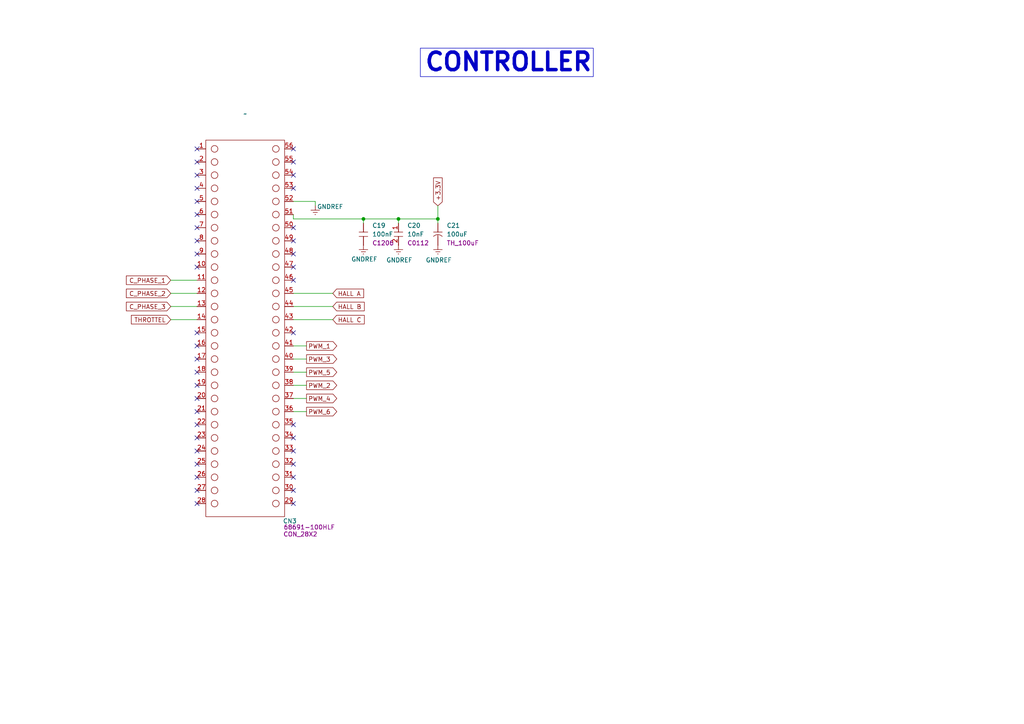
<source format=kicad_sch>
(kicad_sch
	(version 20250114)
	(generator "eeschema")
	(generator_version "9.0")
	(uuid "1f965de0-9f3d-44fb-812b-522ec4ef70bc")
	(paper "A4")
	(lib_symbols
		(symbol "bldc_control:C0112_10nF"
			(exclude_from_sim no)
			(in_bom yes)
			(on_board yes)
			(property "Reference" "C"
				(at 0 0 0)
				(effects
					(font
						(size 1.27 1.27)
					)
				)
			)
			(property "Value" "10nF"
				(at 0 0 0)
				(effects
					(font
						(size 1.27 1.27)
					)
				)
			)
			(property "Footprint" ""
				(at 0 0 0)
				(effects
					(font
						(size 1.27 1.27)
					)
					(hide yes)
				)
			)
			(property "Datasheet" ""
				(at 0 0 0)
				(effects
					(font
						(size 1.27 1.27)
					)
					(hide yes)
				)
			)
			(property "Description" "Multilayer Ceramic Capacitors"
				(at 0 0 0)
				(effects
					(font
						(size 1.27 1.27)
					)
					(hide yes)
				)
			)
			(property "Manufacturer" "KEMET"
				(at 0 0 0)
				(effects
					(font
						(size 1.27 1.27)
					)
					(hide yes)
				)
			)
			(property "Manufacurer PN" "C315C103J1R5TA"
				(at 0 0 0)
				(effects
					(font
						(size 1.27 1.27)
					)
					(hide yes)
				)
			)
			(property "PCB footprint" "C0112"
				(at 0 0 0)
				(effects
					(font
						(size 1.27 1.27)
					)
				)
			)
			(property "Specification" "10nF,100V,5% tolerance, -55 deg C to +125 deg C"
				(at 0 0 0)
				(effects
					(font
						(size 1.27 1.27)
					)
					(hide yes)
				)
			)
			(symbol "C0112_10nF_0_1"
				(polyline
					(pts
						(xy -1.27 3.81) (xy -1.27 1.27)
					)
					(stroke
						(width 0)
						(type default)
					)
					(fill
						(type none)
					)
				)
				(polyline
					(pts
						(xy 0 3.81) (xy 0 1.27)
					)
					(stroke
						(width 0)
						(type default)
					)
					(fill
						(type none)
					)
				)
			)
			(symbol "C0112_10nF_1_1"
				(pin input line
					(at -3.81 2.54 0)
					(length 2.54)
					(name ""
						(effects
							(font
								(size 1.27 1.27)
							)
						)
					)
					(number "1"
						(effects
							(font
								(size 1.27 1.27)
							)
						)
					)
				)
				(pin output line
					(at 2.54 2.54 180)
					(length 2.54)
					(name ""
						(effects
							(font
								(size 1.27 1.27)
							)
						)
					)
					(number "2"
						(effects
							(font
								(size 1.27 1.27)
							)
						)
					)
				)
			)
			(embedded_fonts no)
		)
		(symbol "bldc_control:CO603_100n"
			(pin_numbers
				(hide yes)
			)
			(pin_names
				(hide yes)
			)
			(exclude_from_sim no)
			(in_bom yes)
			(on_board yes)
			(property "Reference" "C"
				(at 0.4347 5.3907 0)
				(effects
					(font
						(size 1.27 1.27)
					)
				)
			)
			(property "Value" "100nF"
				(at 4.0419 5.4228 0)
				(effects
					(font
						(size 1.27 1.27)
					)
				)
			)
			(property "Footprint" ""
				(at 0 0 0)
				(effects
					(font
						(size 1.27 1.27)
					)
					(hide yes)
				)
			)
			(property "Datasheet" ""
				(at 0 0 0)
				(effects
					(font
						(size 1.27 1.27)
					)
					(hide yes)
				)
			)
			(property "Description" ""
				(at 2.0806 -4.6188 0)
				(effects
					(font
						(size 1.27 1.27)
					)
					(hide yes)
				)
			)
			(property "Manufacturer" "Knowles Novacap"
				(at 1.7668 -0.7747 0)
				(effects
					(font
						(size 1.27 1.27)
					)
					(hide yes)
				)
			)
			(property "Manufacturer PN" "1206B104J101N"
				(at 10.9978 1.3957 0)
				(effects
					(font
						(size 1.27 1.27)
					)
					(hide yes)
				)
			)
			(property "PCB footprint" "C1206"
				(at 2.839 3.4092 0)
				(effects
					(font
						(size 1.27 1.27)
					)
				)
			)
			(property "Specification" "0.1 µF ±5% 100V Ceramic Capacitor X7R 1206 (3216 Metric)"
				(at 0 -2.54 0)
				(effects
					(font
						(size 1.27 1.27)
					)
					(hide yes)
				)
			)
			(symbol "CO603_100n_0_1"
				(polyline
					(pts
						(xy 5.08 12.7) (xy 5.08 10.16)
					)
					(stroke
						(width 0)
						(type default)
					)
					(fill
						(type none)
					)
				)
				(polyline
					(pts
						(xy 6.35 12.7) (xy 6.35 10.16)
					)
					(stroke
						(width 0)
						(type default)
					)
					(fill
						(type none)
					)
				)
			)
			(symbol "CO603_100n_1_1"
				(pin passive line
					(at 2.54 11.43 0)
					(length 2.54)
					(name "1"
						(effects
							(font
								(size 1.27 1.27)
							)
						)
					)
					(number "1"
						(effects
							(font
								(size 1.27 1.27)
							)
						)
					)
				)
				(pin passive line
					(at 8.89 11.43 180)
					(length 2.54)
					(name "2"
						(effects
							(font
								(size 1.27 1.27)
							)
						)
					)
					(number "2"
						(effects
							(font
								(size 1.27 1.27)
							)
						)
					)
				)
			)
			(embedded_fonts no)
		)
		(symbol "bldc_control:CON_28X2"
			(pin_names
				(hide yes)
			)
			(exclude_from_sim no)
			(in_bom yes)
			(on_board yes)
			(property "Reference" "CN"
				(at -5.08 -10.16 0)
				(effects
					(font
						(size 1.27 1.27)
					)
				)
			)
			(property "Value" ""
				(at -31.75 73.66 0)
				(effects
					(font
						(size 1.27 1.27)
					)
				)
			)
			(property "Footprint" ""
				(at -31.75 73.66 0)
				(effects
					(font
						(size 1.27 1.27)
					)
					(hide yes)
				)
			)
			(property "Datasheet" ""
				(at -31.75 73.66 0)
				(effects
					(font
						(size 1.27 1.27)
					)
					(hide yes)
				)
			)
			(property "Description" "STRAIGHT BERG CONNECTOR"
				(at -2.54 -17.78 0)
				(effects
					(font
						(size 1.27 1.27)
					)
					(hide yes)
				)
			)
			(property "Manufacturer" "AMPHENOL / FCI"
				(at -1.27 -20.32 0)
				(effects
					(font
						(size 1.27 1.27)
					)
					(hide yes)
				)
			)
			(property "Manufacturer PN" "68691-100HLF "
				(at 1.27 -12.7 0)
				(effects
					(font
						(size 1.27 1.27)
					)
				)
			)
			(property "PCB footprint" "CON_28X2"
				(at -1.27 -15.24 0)
				(effects
					(font
						(size 1.27 1.27)
					)
				)
			)
			(property "Specification" "2.54MM, 2 ROW, VERTICAL 56 POSITION BERG CONNECTOR"
				(at 3.81 -22.86 0)
				(effects
					(font
						(size 1.27 1.27)
					)
					(hide yes)
				)
			)
			(symbol "CON_28X2_0_0"
				(pin passive line
					(at -31.75 91.44 0)
					(length 2.54)
					(name "CDXRX"
						(effects
							(font
								(size 1.27 1.27)
							)
						)
					)
					(number "3"
						(effects
							(font
								(size 1.27 1.27)
							)
						)
					)
				)
				(pin passive line
					(at -31.75 87.63 0)
					(length 2.54)
					(name "CDXTX"
						(effects
							(font
								(size 1.27 1.27)
							)
						)
					)
					(number "4"
						(effects
							(font
								(size 1.27 1.27)
							)
						)
					)
				)
				(pin passive line
					(at -31.75 83.82 0)
					(length 2.54)
					(name "DBG1"
						(effects
							(font
								(size 1.27 1.27)
							)
						)
					)
					(number "5"
						(effects
							(font
								(size 1.27 1.27)
							)
						)
					)
				)
				(pin passive line
					(at -31.75 80.01 0)
					(length 2.54)
					(name "DBG2"
						(effects
							(font
								(size 1.27 1.27)
							)
						)
					)
					(number "6"
						(effects
							(font
								(size 1.27 1.27)
							)
						)
					)
				)
				(pin passive line
					(at -31.75 72.39 0)
					(length 2.54)
					(name "RC3/RB3"
						(effects
							(font
								(size 1.27 1.27)
							)
						)
					)
					(number "8"
						(effects
							(font
								(size 1.27 1.27)
							)
						)
					)
				)
				(pin passive line
					(at -31.75 68.58 0)
					(length 2.54)
					(name "RB2/RC8"
						(effects
							(font
								(size 1.27 1.27)
							)
						)
					)
					(number "9"
						(effects
							(font
								(size 1.27 1.27)
							)
						)
					)
				)
				(pin passive line
					(at -31.75 64.77 0)
					(length 2.54)
					(name "RB1/RC9"
						(effects
							(font
								(size 1.27 1.27)
							)
						)
					)
					(number "10"
						(effects
							(font
								(size 1.27 1.27)
							)
						)
					)
				)
				(pin passive line
					(at -31.75 60.96 0)
					(length 2.54)
					(name "RC4/RC0"
						(effects
							(font
								(size 1.27 1.27)
							)
						)
					)
					(number "11"
						(effects
							(font
								(size 1.27 1.27)
							)
						)
					)
				)
				(pin passive line
					(at -31.75 57.15 0)
					(length 2.54)
					(name "RC5/RC1"
						(effects
							(font
								(size 1.27 1.27)
							)
						)
					)
					(number "12"
						(effects
							(font
								(size 1.27 1.27)
							)
						)
					)
				)
				(pin passive line
					(at -31.75 53.34 0)
					(length 2.54)
					(name "RC6/RC2"
						(effects
							(font
								(size 1.27 1.27)
							)
						)
					)
					(number "13"
						(effects
							(font
								(size 1.27 1.27)
							)
						)
					)
				)
				(pin passive line
					(at -31.75 49.53 0)
					(length 2.54)
					(name "RD4/RC3"
						(effects
							(font
								(size 1.27 1.27)
							)
						)
					)
					(number "14"
						(effects
							(font
								(size 1.27 1.27)
							)
						)
					)
				)
				(pin passive line
					(at -31.75 45.72 0)
					(length 2.54)
					(name "GND"
						(effects
							(font
								(size 1.27 1.27)
							)
						)
					)
					(number "15"
						(effects
							(font
								(size 1.27 1.27)
							)
						)
					)
				)
				(pin passive line
					(at -31.75 41.91 0)
					(length 2.54)
					(name "RA3/RC4"
						(effects
							(font
								(size 1.27 1.27)
							)
						)
					)
					(number "16"
						(effects
							(font
								(size 1.27 1.27)
							)
						)
					)
				)
				(pin passive line
					(at -31.75 38.1 0)
					(length 2.54)
					(name "RA4/RC5"
						(effects
							(font
								(size 1.27 1.27)
							)
						)
					)
					(number "17"
						(effects
							(font
								(size 1.27 1.27)
							)
						)
					)
				)
				(pin passive line
					(at -31.75 34.29 0)
					(length 2.54)
					(name "RE2/RC6"
						(effects
							(font
								(size 1.27 1.27)
							)
						)
					)
					(number "18"
						(effects
							(font
								(size 1.27 1.27)
							)
						)
					)
				)
				(pin passive line
					(at -31.75 30.48 0)
					(length 2.54)
					(name "RC7"
						(effects
							(font
								(size 1.27 1.27)
							)
						)
					)
					(number "19"
						(effects
							(font
								(size 1.27 1.27)
							)
						)
					)
				)
				(pin passive line
					(at -31.75 26.67 0)
					(length 2.54)
					(name "RD0/RC10"
						(effects
							(font
								(size 1.27 1.27)
							)
						)
					)
					(number "20"
						(effects
							(font
								(size 1.27 1.27)
							)
						)
					)
				)
				(pin passive line
					(at -31.75 22.86 0)
					(length 2.54)
					(name "RD1/RC11"
						(effects
							(font
								(size 1.27 1.27)
							)
						)
					)
					(number "21"
						(effects
							(font
								(size 1.27 1.27)
							)
						)
					)
				)
				(pin passive line
					(at -31.75 19.05 0)
					(length 2.54)
					(name "RD2/RC12"
						(effects
							(font
								(size 1.27 1.27)
							)
						)
					)
					(number "22"
						(effects
							(font
								(size 1.27 1.27)
							)
						)
					)
				)
				(pin passive line
					(at -31.75 15.24 0)
					(length 2.54)
					(name "RD3/RC13"
						(effects
							(font
								(size 1.27 1.27)
							)
						)
					)
					(number "23"
						(effects
							(font
								(size 1.27 1.27)
							)
						)
					)
				)
				(pin passive line
					(at -31.75 11.43 0)
					(length 2.54)
					(name "GND"
						(effects
							(font
								(size 1.27 1.27)
							)
						)
					)
					(number "24"
						(effects
							(font
								(size 1.27 1.27)
							)
						)
					)
				)
				(pin passive line
					(at -31.75 7.62 0)
					(length 2.54)
					(name "RF0/RB1"
						(effects
							(font
								(size 1.27 1.27)
							)
						)
					)
					(number "25"
						(effects
							(font
								(size 1.27 1.27)
							)
						)
					)
				)
				(pin passive line
					(at -31.75 3.81 0)
					(length 2.54)
					(name "RF1/RB0"
						(effects
							(font
								(size 1.27 1.27)
							)
						)
					)
					(number "26"
						(effects
							(font
								(size 1.27 1.27)
							)
						)
					)
				)
				(pin passive line
					(at -31.75 0 0)
					(length 2.54)
					(name "RF2/RD10"
						(effects
							(font
								(size 1.27 1.27)
							)
						)
					)
					(number "27"
						(effects
							(font
								(size 1.27 1.27)
							)
						)
					)
				)
				(pin passive line
					(at -31.75 -3.81 0)
					(length 2.54)
					(name "RF3/RD13"
						(effects
							(font
								(size 1.27 1.27)
							)
						)
					)
					(number "28"
						(effects
							(font
								(size 1.27 1.27)
							)
						)
					)
				)
				(pin passive line
					(at -3.81 99.06 180)
					(length 2.54)
					(name "VBUS"
						(effects
							(font
								(size 1.27 1.27)
							)
						)
					)
					(number "56"
						(effects
							(font
								(size 1.27 1.27)
							)
						)
					)
				)
				(pin passive line
					(at -3.81 95.25 180)
					(length 2.54)
					(name "VOFF"
						(effects
							(font
								(size 1.27 1.27)
							)
						)
					)
					(number "55"
						(effects
							(font
								(size 1.27 1.27)
							)
						)
					)
				)
				(pin passive line
					(at -3.81 91.44 180)
					(length 2.54)
					(name "DBG3"
						(effects
							(font
								(size 1.27 1.27)
							)
						)
					)
					(number "54"
						(effects
							(font
								(size 1.27 1.27)
							)
						)
					)
				)
				(pin passive line
					(at -3.81 87.63 180)
					(length 2.54)
					(name "DBG0"
						(effects
							(font
								(size 1.27 1.27)
							)
						)
					)
					(number "53"
						(effects
							(font
								(size 1.27 1.27)
							)
						)
					)
				)
				(pin passive line
					(at -3.81 83.82 180)
					(length 2.54)
					(name "GND"
						(effects
							(font
								(size 1.27 1.27)
							)
						)
					)
					(number "52"
						(effects
							(font
								(size 1.27 1.27)
							)
						)
					)
				)
				(pin passive line
					(at -3.81 80.01 180)
					(length 2.54)
					(name "VTG"
						(effects
							(font
								(size 1.27 1.27)
							)
						)
					)
					(number "51"
						(effects
							(font
								(size 1.27 1.27)
							)
						)
					)
				)
				(pin passive line
					(at -3.81 76.2 180)
					(length 2.54)
					(name "RA7/RA0"
						(effects
							(font
								(size 1.27 1.27)
							)
						)
					)
					(number "50"
						(effects
							(font
								(size 1.27 1.27)
							)
						)
					)
				)
				(pin passive line
					(at -3.81 72.39 180)
					(length 2.54)
					(name "RA6/RB2"
						(effects
							(font
								(size 1.27 1.27)
							)
						)
					)
					(number "49"
						(effects
							(font
								(size 1.27 1.27)
							)
						)
					)
				)
				(pin passive line
					(at -3.81 68.58 180)
					(length 2.54)
					(name "RA5/RB7"
						(effects
							(font
								(size 1.27 1.27)
							)
						)
					)
					(number "48"
						(effects
							(font
								(size 1.27 1.27)
							)
						)
					)
				)
				(pin passive line
					(at -3.81 64.77 180)
					(length 2.54)
					(name "RB3/RB8"
						(effects
							(font
								(size 1.27 1.27)
							)
						)
					)
					(number "47"
						(effects
							(font
								(size 1.27 1.27)
							)
						)
					)
				)
				(pin passive line
					(at -3.81 60.96 180)
					(length 2.54)
					(name "RB0/RB9"
						(effects
							(font
								(size 1.27 1.27)
							)
						)
					)
					(number "46"
						(effects
							(font
								(size 1.27 1.27)
							)
						)
					)
				)
				(pin passive line
					(at -3.81 57.15 180)
					(length 2.54)
					(name "RA2/RA4"
						(effects
							(font
								(size 1.27 1.27)
							)
						)
					)
					(number "45"
						(effects
							(font
								(size 1.27 1.27)
							)
						)
					)
				)
				(pin passive line
					(at -3.81 53.34 180)
					(length 2.54)
					(name "RA1/RA3"
						(effects
							(font
								(size 1.27 1.27)
							)
						)
					)
					(number "44"
						(effects
							(font
								(size 1.27 1.27)
							)
						)
					)
				)
				(pin passive line
					(at -3.81 49.53 180)
					(length 2.54)
					(name "RA0/RA2"
						(effects
							(font
								(size 1.27 1.27)
							)
						)
					)
					(number "43"
						(effects
							(font
								(size 1.27 1.27)
							)
						)
					)
				)
				(pin passive line
					(at -3.81 45.72 180)
					(length 2.54)
					(name "GND"
						(effects
							(font
								(size 1.27 1.27)
							)
						)
					)
					(number "42"
						(effects
							(font
								(size 1.27 1.27)
							)
						)
					)
				)
				(pin passive line
					(at -3.81 41.91 180)
					(length 2.54)
					(name "RD7/RB18"
						(effects
							(font
								(size 1.27 1.27)
							)
						)
					)
					(number "41"
						(effects
							(font
								(size 1.27 1.27)
							)
						)
					)
				)
				(pin passive line
					(at -3.81 38.1 180)
					(length 2.54)
					(name "RD6/RB14"
						(effects
							(font
								(size 1.27 1.27)
							)
						)
					)
					(number "40"
						(effects
							(font
								(size 1.27 1.27)
							)
						)
					)
				)
				(pin passive line
					(at -3.81 34.29 180)
					(length 2.54)
					(name "RD5/RB13"
						(effects
							(font
								(size 1.27 1.27)
							)
						)
					)
					(number "39"
						(effects
							(font
								(size 1.27 1.27)
							)
						)
					)
				)
				(pin passive line
					(at -3.81 30.48 180)
					(length 2.54)
					(name "RB5/RB12"
						(effects
							(font
								(size 1.27 1.27)
							)
						)
					)
					(number "38"
						(effects
							(font
								(size 1.27 1.27)
							)
						)
					)
				)
				(pin passive line
					(at -3.81 26.67 180)
					(length 2.54)
					(name "RF7/RB11"
						(effects
							(font
								(size 1.27 1.27)
							)
						)
					)
					(number "37"
						(effects
							(font
								(size 1.27 1.27)
							)
						)
					)
				)
				(pin passive line
					(at -3.81 22.86 180)
					(length 2.54)
					(name "RF6/RB10"
						(effects
							(font
								(size 1.27 1.27)
							)
						)
					)
					(number "36"
						(effects
							(font
								(size 1.27 1.27)
							)
						)
					)
				)
				(pin passive line
					(at -3.81 19.05 180)
					(length 2.54)
					(name "RF5/RD8"
						(effects
							(font
								(size 1.27 1.27)
							)
						)
					)
					(number "35"
						(effects
							(font
								(size 1.27 1.27)
							)
						)
					)
				)
				(pin passive line
					(at -3.81 15.24 180)
					(length 2.54)
					(name "RF4/RD1"
						(effects
							(font
								(size 1.27 1.27)
							)
						)
					)
					(number "34"
						(effects
							(font
								(size 1.27 1.27)
							)
						)
					)
				)
				(pin passive line
					(at -3.81 11.43 180)
					(length 2.54)
					(name "GND"
						(effects
							(font
								(size 1.27 1.27)
							)
						)
					)
					(number "33"
						(effects
							(font
								(size 1.27 1.27)
							)
						)
					)
				)
				(pin passive line
					(at -3.81 7.62 180)
					(length 2.54)
					(name "RE1/RA1"
						(effects
							(font
								(size 1.27 1.27)
							)
						)
					)
					(number "32"
						(effects
							(font
								(size 1.27 1.27)
							)
						)
					)
				)
				(pin passive line
					(at -3.81 3.81 180)
					(length 2.54)
					(name "RE0/NC"
						(effects
							(font
								(size 1.27 1.27)
							)
						)
					)
					(number "31"
						(effects
							(font
								(size 1.27 1.27)
							)
						)
					)
				)
				(pin passive line
					(at -3.81 0 180)
					(length 2.54)
					(name "RC1/NC"
						(effects
							(font
								(size 1.27 1.27)
							)
						)
					)
					(number "30"
						(effects
							(font
								(size 1.27 1.27)
							)
						)
					)
				)
				(pin passive line
					(at -3.81 -3.81 180)
					(length 2.54)
					(name "RC0/NC"
						(effects
							(font
								(size 1.27 1.27)
							)
						)
					)
					(number "29"
						(effects
							(font
								(size 1.27 1.27)
							)
						)
					)
				)
			)
			(symbol "CON_28X2_0_1"
				(rectangle
					(start -29.21 101.6)
					(end -6.35 -7.62)
					(stroke
						(width 0)
						(type default)
					)
					(fill
						(type none)
					)
				)
				(circle
					(center -26.67 99.06)
					(radius 0.9673)
					(stroke
						(width 0)
						(type default)
					)
					(fill
						(type none)
					)
				)
				(circle
					(center -26.67 95.25)
					(radius 0.9673)
					(stroke
						(width 0)
						(type default)
					)
					(fill
						(type none)
					)
				)
				(circle
					(center -26.67 91.44)
					(radius 0.9673)
					(stroke
						(width 0)
						(type default)
					)
					(fill
						(type none)
					)
				)
				(circle
					(center -26.67 87.63)
					(radius 0.9673)
					(stroke
						(width 0)
						(type default)
					)
					(fill
						(type none)
					)
				)
				(circle
					(center -26.67 83.82)
					(radius 0.9673)
					(stroke
						(width 0)
						(type default)
					)
					(fill
						(type none)
					)
				)
				(circle
					(center -26.67 80.01)
					(radius 0.9673)
					(stroke
						(width 0)
						(type default)
					)
					(fill
						(type none)
					)
				)
				(circle
					(center -26.67 76.2)
					(radius 0.9673)
					(stroke
						(width 0)
						(type default)
					)
					(fill
						(type none)
					)
				)
				(circle
					(center -26.67 72.39)
					(radius 0.9673)
					(stroke
						(width 0)
						(type default)
					)
					(fill
						(type none)
					)
				)
				(circle
					(center -26.67 68.58)
					(radius 0.9673)
					(stroke
						(width 0)
						(type default)
					)
					(fill
						(type none)
					)
				)
				(circle
					(center -26.67 64.77)
					(radius 0.9673)
					(stroke
						(width 0)
						(type default)
					)
					(fill
						(type none)
					)
				)
				(circle
					(center -26.67 60.96)
					(radius 0.9673)
					(stroke
						(width 0)
						(type default)
					)
					(fill
						(type none)
					)
				)
				(circle
					(center -26.67 57.15)
					(radius 0.9673)
					(stroke
						(width 0)
						(type default)
					)
					(fill
						(type none)
					)
				)
				(circle
					(center -26.67 53.34)
					(radius 0.9673)
					(stroke
						(width 0)
						(type default)
					)
					(fill
						(type none)
					)
				)
				(circle
					(center -26.67 49.53)
					(radius 0.9673)
					(stroke
						(width 0)
						(type default)
					)
					(fill
						(type none)
					)
				)
				(circle
					(center -26.67 45.72)
					(radius 0.9673)
					(stroke
						(width 0)
						(type default)
					)
					(fill
						(type none)
					)
				)
				(circle
					(center -26.67 41.91)
					(radius 0.9673)
					(stroke
						(width 0)
						(type default)
					)
					(fill
						(type none)
					)
				)
				(circle
					(center -26.67 38.1)
					(radius 0.9673)
					(stroke
						(width 0)
						(type default)
					)
					(fill
						(type none)
					)
				)
				(circle
					(center -26.67 34.29)
					(radius 0.9673)
					(stroke
						(width 0)
						(type default)
					)
					(fill
						(type none)
					)
				)
				(circle
					(center -26.67 30.48)
					(radius 0.9673)
					(stroke
						(width 0)
						(type default)
					)
					(fill
						(type none)
					)
				)
				(circle
					(center -26.67 26.67)
					(radius 0.9673)
					(stroke
						(width 0)
						(type default)
					)
					(fill
						(type none)
					)
				)
				(circle
					(center -26.67 22.86)
					(radius 0.9673)
					(stroke
						(width 0)
						(type default)
					)
					(fill
						(type none)
					)
				)
				(circle
					(center -26.67 19.05)
					(radius 0.9673)
					(stroke
						(width 0)
						(type default)
					)
					(fill
						(type none)
					)
				)
				(circle
					(center -26.67 15.24)
					(radius 0.9673)
					(stroke
						(width 0)
						(type default)
					)
					(fill
						(type none)
					)
				)
				(circle
					(center -26.67 11.43)
					(radius 0.9673)
					(stroke
						(width 0)
						(type default)
					)
					(fill
						(type none)
					)
				)
				(circle
					(center -26.67 7.62)
					(radius 0.9673)
					(stroke
						(width 0)
						(type default)
					)
					(fill
						(type none)
					)
				)
				(circle
					(center -26.67 3.81)
					(radius 0.9673)
					(stroke
						(width 0)
						(type default)
					)
					(fill
						(type none)
					)
				)
				(circle
					(center -26.67 0)
					(radius 0.9673)
					(stroke
						(width 0)
						(type default)
					)
					(fill
						(type none)
					)
				)
				(circle
					(center -26.67 -3.81)
					(radius 0.9673)
					(stroke
						(width 0)
						(type default)
					)
					(fill
						(type none)
					)
				)
				(circle
					(center -8.89 99.06)
					(radius 0.9673)
					(stroke
						(width 0)
						(type default)
					)
					(fill
						(type none)
					)
				)
				(circle
					(center -8.89 95.25)
					(radius 0.9673)
					(stroke
						(width 0)
						(type default)
					)
					(fill
						(type none)
					)
				)
				(circle
					(center -8.89 91.44)
					(radius 0.9673)
					(stroke
						(width 0)
						(type default)
					)
					(fill
						(type none)
					)
				)
				(circle
					(center -8.89 87.63)
					(radius 0.9673)
					(stroke
						(width 0)
						(type default)
					)
					(fill
						(type none)
					)
				)
				(circle
					(center -8.89 83.82)
					(radius 0.9673)
					(stroke
						(width 0)
						(type default)
					)
					(fill
						(type none)
					)
				)
				(circle
					(center -8.89 80.01)
					(radius 0.9673)
					(stroke
						(width 0)
						(type default)
					)
					(fill
						(type none)
					)
				)
				(circle
					(center -8.89 76.2)
					(radius 0.9673)
					(stroke
						(width 0)
						(type default)
					)
					(fill
						(type none)
					)
				)
				(circle
					(center -8.89 72.39)
					(radius 0.9673)
					(stroke
						(width 0)
						(type default)
					)
					(fill
						(type none)
					)
				)
				(circle
					(center -8.89 68.58)
					(radius 0.9673)
					(stroke
						(width 0)
						(type default)
					)
					(fill
						(type none)
					)
				)
				(circle
					(center -8.89 64.77)
					(radius 0.9673)
					(stroke
						(width 0)
						(type default)
					)
					(fill
						(type none)
					)
				)
				(circle
					(center -8.89 60.96)
					(radius 0.9673)
					(stroke
						(width 0)
						(type default)
					)
					(fill
						(type none)
					)
				)
				(circle
					(center -8.89 57.15)
					(radius 0.9673)
					(stroke
						(width 0)
						(type default)
					)
					(fill
						(type none)
					)
				)
				(circle
					(center -8.89 53.34)
					(radius 0.9673)
					(stroke
						(width 0)
						(type default)
					)
					(fill
						(type none)
					)
				)
				(circle
					(center -8.89 49.53)
					(radius 0.9673)
					(stroke
						(width 0)
						(type default)
					)
					(fill
						(type none)
					)
				)
				(circle
					(center -8.89 45.72)
					(radius 0.9673)
					(stroke
						(width 0)
						(type default)
					)
					(fill
						(type none)
					)
				)
				(circle
					(center -8.89 41.91)
					(radius 0.9673)
					(stroke
						(width 0)
						(type default)
					)
					(fill
						(type none)
					)
				)
				(circle
					(center -8.89 38.1)
					(radius 0.9673)
					(stroke
						(width 0)
						(type default)
					)
					(fill
						(type none)
					)
				)
				(circle
					(center -8.89 34.29)
					(radius 0.9673)
					(stroke
						(width 0)
						(type default)
					)
					(fill
						(type none)
					)
				)
				(circle
					(center -8.89 30.48)
					(radius 0.9673)
					(stroke
						(width 0)
						(type default)
					)
					(fill
						(type none)
					)
				)
				(circle
					(center -8.89 26.67)
					(radius 0.9673)
					(stroke
						(width 0)
						(type default)
					)
					(fill
						(type none)
					)
				)
				(circle
					(center -8.89 22.86)
					(radius 0.9673)
					(stroke
						(width 0)
						(type default)
					)
					(fill
						(type none)
					)
				)
				(circle
					(center -8.89 19.05)
					(radius 0.9673)
					(stroke
						(width 0)
						(type default)
					)
					(fill
						(type none)
					)
				)
				(circle
					(center -8.89 15.24)
					(radius 0.9673)
					(stroke
						(width 0)
						(type default)
					)
					(fill
						(type none)
					)
				)
				(circle
					(center -8.89 11.43)
					(radius 0.9673)
					(stroke
						(width 0)
						(type default)
					)
					(fill
						(type none)
					)
				)
				(circle
					(center -8.89 7.62)
					(radius 0.9673)
					(stroke
						(width 0)
						(type default)
					)
					(fill
						(type none)
					)
				)
				(circle
					(center -8.89 3.81)
					(radius 0.9673)
					(stroke
						(width 0)
						(type default)
					)
					(fill
						(type none)
					)
				)
				(circle
					(center -8.89 0)
					(radius 0.9673)
					(stroke
						(width 0)
						(type default)
					)
					(fill
						(type none)
					)
				)
				(circle
					(center -8.89 -3.81)
					(radius 0.9673)
					(stroke
						(width 0)
						(type default)
					)
					(fill
						(type none)
					)
				)
			)
			(symbol "CON_28X2_1_0"
				(pin passive line
					(at -31.75 95.25 0)
					(length 2.54)
					(name "ID"
						(effects
							(font
								(size 1.27 1.27)
							)
						)
					)
					(number "2"
						(effects
							(font
								(size 1.27 1.27)
							)
						)
					)
				)
				(pin passive line
					(at -31.75 76.2 0)
					(length 2.54)
					(name "RC2/RB4"
						(effects
							(font
								(size 1.27 1.27)
							)
						)
					)
					(number "7"
						(effects
							(font
								(size 1.27 1.27)
							)
						)
					)
				)
			)
			(symbol "CON_28X2_1_1"
				(pin passive line
					(at -31.75 99.06 0)
					(length 2.54)
					(name "NC"
						(effects
							(font
								(size 1.27 1.27)
							)
						)
					)
					(number "1"
						(effects
							(font
								(size 1.27 1.27)
							)
						)
					)
				)
			)
			(embedded_fonts no)
		)
		(symbol "bldc_control:TH_100uF"
			(pin_numbers
				(hide yes)
			)
			(pin_names
				(hide yes)
			)
			(exclude_from_sim no)
			(in_bom yes)
			(on_board yes)
			(property "Reference" "C21"
				(at -9.5251 -5.08 90)
				(effects
					(font
						(size 1.27 1.27)
					)
					(justify left)
				)
			)
			(property "Value" "100uF"
				(at -6.9851 -5.08 90)
				(effects
					(font
						(size 1.27 1.27)
					)
					(justify left)
				)
			)
			(property "Footprint" "bldc_1:TH_100uF"
				(at 0 0 0)
				(effects
					(font
						(size 1.27 1.27)
					)
					(hide yes)
				)
			)
			(property "Datasheet" ""
				(at 0 0 0)
				(effects
					(font
						(size 1.27 1.27)
					)
					(hide yes)
				)
			)
			(property "Description" ""
				(at 0 3.81 0)
				(effects
					(font
						(size 1.27 1.27)
					)
					(hide yes)
				)
			)
			(property "Manufacturer" "Nichicon"
				(at -1.27 15.24 0)
				(effects
					(font
						(size 1.27 1.27)
					)
					(hide yes)
				)
			)
			(property "Manufacturer PN" "UVR2A101MPD1TD"
				(at 0 11.43 0)
				(effects
					(font
						(size 1.27 1.27)
					)
					(hide yes)
				)
			)
			(property "PCB footprint" "TH_100uF"
				(at -4.4451 -5.08 90)
				(effects
					(font
						(size 1.27 1.27)
					)
					(justify left)
				)
			)
			(property "Specification" "100 µF 100 V Aluminum Electrolytic Capacitors Radial, Can 2000 Hrs @ 85°C"
				(at -1.27 7.62 0)
				(effects
					(font
						(size 1.27 1.27)
					)
					(hide yes)
				)
			)
			(symbol "TH_100uF_0_1"
				(polyline
					(pts
						(xy -7.62 -6.35) (xy -7.62 -8.89)
					)
					(stroke
						(width 0)
						(type default)
					)
					(fill
						(type none)
					)
				)
				(polyline
					(pts
						(xy -6.35 -7.62) (xy -6.8524 -7.62) (xy -6.8524 -7.6137)
					)
					(stroke
						(width 0)
						(type default)
					)
					(fill
						(type none)
					)
				)
				(arc
					(start -6.35 -8.89)
					(mid -6.8761 -7.62)
					(end -6.35 -6.35)
					(stroke
						(width 0)
						(type default)
					)
					(fill
						(type none)
					)
				)
			)
			(symbol "TH_100uF_1_1"
				(pin input line
					(at -10.16 -7.62 0)
					(length 2.54)
					(name "1"
						(effects
							(font
								(size 1.27 1.27)
							)
						)
					)
					(number "1"
						(effects
							(font
								(size 1.27 1.27)
							)
						)
					)
				)
				(pin output line
					(at -3.81 -7.62 180)
					(length 2.54)
					(name "2"
						(effects
							(font
								(size 1.27 1.27)
							)
						)
					)
					(number "2"
						(effects
							(font
								(size 1.27 1.27)
							)
						)
					)
				)
			)
			(embedded_fonts no)
		)
		(symbol "power:GNDREF"
			(power)
			(pin_numbers
				(hide yes)
			)
			(pin_names
				(offset 0)
				(hide yes)
			)
			(exclude_from_sim no)
			(in_bom yes)
			(on_board yes)
			(property "Reference" "#PWR"
				(at 0 -6.35 0)
				(effects
					(font
						(size 1.27 1.27)
					)
					(hide yes)
				)
			)
			(property "Value" "GNDREF"
				(at 0 -3.81 0)
				(effects
					(font
						(size 1.27 1.27)
					)
				)
			)
			(property "Footprint" ""
				(at 0 0 0)
				(effects
					(font
						(size 1.27 1.27)
					)
					(hide yes)
				)
			)
			(property "Datasheet" ""
				(at 0 0 0)
				(effects
					(font
						(size 1.27 1.27)
					)
					(hide yes)
				)
			)
			(property "Description" "Power symbol creates a global label with name \"GNDREF\" , reference supply ground"
				(at 0 0 0)
				(effects
					(font
						(size 1.27 1.27)
					)
					(hide yes)
				)
			)
			(property "ki_keywords" "global power"
				(at 0 0 0)
				(effects
					(font
						(size 1.27 1.27)
					)
					(hide yes)
				)
			)
			(symbol "GNDREF_0_1"
				(polyline
					(pts
						(xy -0.635 -1.905) (xy 0.635 -1.905)
					)
					(stroke
						(width 0)
						(type default)
					)
					(fill
						(type none)
					)
				)
				(polyline
					(pts
						(xy -0.127 -2.54) (xy 0.127 -2.54)
					)
					(stroke
						(width 0)
						(type default)
					)
					(fill
						(type none)
					)
				)
				(polyline
					(pts
						(xy 0 -1.27) (xy 0 0)
					)
					(stroke
						(width 0)
						(type default)
					)
					(fill
						(type none)
					)
				)
				(polyline
					(pts
						(xy 1.27 -1.27) (xy -1.27 -1.27)
					)
					(stroke
						(width 0)
						(type default)
					)
					(fill
						(type none)
					)
				)
			)
			(symbol "GNDREF_1_1"
				(pin power_in line
					(at 0 0 270)
					(length 0)
					(name "~"
						(effects
							(font
								(size 1.27 1.27)
							)
						)
					)
					(number "1"
						(effects
							(font
								(size 1.27 1.27)
							)
						)
					)
				)
			)
			(embedded_fonts no)
		)
	)
	(text_box "CONTROLLER"
		(exclude_from_sim no)
		(at 121.92 13.97 0)
		(size 50.165 8.255)
		(margins 0.9525 0.9525 0.9525 0.9525)
		(stroke
			(width 0)
			(type solid)
		)
		(fill
			(type none)
		)
		(effects
			(font
				(size 5.08 5.08)
				(thickness 1.016)
				(bold yes)
			)
			(justify left top)
		)
		(uuid "d1d608a3-84c6-477a-a988-9a60d352d305")
	)
	(junction
		(at 105.41 63.5)
		(diameter 0)
		(color 0 0 0 0)
		(uuid "4308b3b5-f28f-43c3-9c9c-24db2d5c3466")
	)
	(junction
		(at 115.57 63.5)
		(diameter 0)
		(color 0 0 0 0)
		(uuid "76021d44-3c64-4650-930e-3d02ee9be5f1")
	)
	(junction
		(at 127 63.5)
		(diameter 0)
		(color 0 0 0 0)
		(uuid "a9fa4c8f-0a20-4346-a6c1-5ae062e20238")
	)
	(no_connect
		(at 57.15 111.76)
		(uuid "024fa8a7-94b5-4f31-9371-1d6f364f5b50")
	)
	(no_connect
		(at 57.15 123.19)
		(uuid "0568dea1-17d1-4130-b2f8-9dbf134a75ac")
	)
	(no_connect
		(at 85.09 46.99)
		(uuid "057a57ae-4dd2-4e9b-974c-446bb1495490")
	)
	(no_connect
		(at 85.09 96.52)
		(uuid "0a33fafa-861e-4118-8bac-92836be91401")
	)
	(no_connect
		(at 57.15 77.47)
		(uuid "1006c7ee-a09b-4b7c-9f67-04a415f9b072")
	)
	(no_connect
		(at 57.15 50.8)
		(uuid "13db6411-75b2-4c5c-a57d-611dbf233bf6")
	)
	(no_connect
		(at 57.15 138.43)
		(uuid "19724bad-cf46-48d0-af0d-8e186073b861")
	)
	(no_connect
		(at 57.15 73.66)
		(uuid "1db3fc1c-5fd9-4966-abd8-e017723e8d35")
	)
	(no_connect
		(at 85.09 43.18)
		(uuid "212ed8f5-f28f-4340-abb1-252a196612e2")
	)
	(no_connect
		(at 57.15 58.42)
		(uuid "37ffeaa4-9027-49fb-8289-6378cee9a88b")
	)
	(no_connect
		(at 85.09 73.66)
		(uuid "44eb33d9-7026-4c1b-b59d-812778312b34")
	)
	(no_connect
		(at 57.15 66.04)
		(uuid "4632f0c4-6023-4b8f-bfe9-d3dc1bc8bc73")
	)
	(no_connect
		(at 57.15 96.52)
		(uuid "4e7a0516-88f9-4fc1-bfd8-8b21682ae9c5")
	)
	(no_connect
		(at 57.15 115.57)
		(uuid "52db0c0a-7a04-4768-8cf8-a4f73c3aa34b")
	)
	(no_connect
		(at 57.15 142.24)
		(uuid "53a815e1-df43-475b-8473-be60de44fe07")
	)
	(no_connect
		(at 85.09 134.62)
		(uuid "5cd2eca4-1f4e-4458-9812-101e9f2433f3")
	)
	(no_connect
		(at 57.15 127)
		(uuid "61175736-d6d2-4835-b6b1-0ab03ab540b6")
	)
	(no_connect
		(at 85.09 69.85)
		(uuid "624e8778-4979-4115-903f-6badc733d8ae")
	)
	(no_connect
		(at 85.09 130.81)
		(uuid "6cebb8d4-2833-40ad-b999-6c3c5e914025")
	)
	(no_connect
		(at 57.15 62.23)
		(uuid "750f7a69-eb13-4506-8563-b8a60cc2ba33")
	)
	(no_connect
		(at 57.15 43.18)
		(uuid "81cec52f-df9a-4f93-9bc0-1bc2420670a2")
	)
	(no_connect
		(at 85.09 66.04)
		(uuid "8b09576c-a9c3-478d-8ff8-47f75fe247aa")
	)
	(no_connect
		(at 57.15 104.14)
		(uuid "96bdf3e4-096c-4952-a2d6-0b21a327e174")
	)
	(no_connect
		(at 85.09 123.19)
		(uuid "a115a214-8984-4518-8019-35f8a0a5f2d6")
	)
	(no_connect
		(at 85.09 146.05)
		(uuid "a244fc7c-59fe-4c93-baad-abb0f0954de8")
	)
	(no_connect
		(at 85.09 142.24)
		(uuid "ab88cecf-0b12-4f39-86d8-922e76265476")
	)
	(no_connect
		(at 57.15 119.38)
		(uuid "b387897c-d698-4d96-bcc2-8e41d83da467")
	)
	(no_connect
		(at 57.15 54.61)
		(uuid "b5faa099-c6b9-4964-9c91-ea2752d7fd7b")
	)
	(no_connect
		(at 85.09 54.61)
		(uuid "b76cc7a8-1b35-42f6-b280-ca2dd345f48b")
	)
	(no_connect
		(at 57.15 134.62)
		(uuid "b77e46a3-6204-499a-8d53-ebf36d46b11d")
	)
	(no_connect
		(at 85.09 50.8)
		(uuid "bc8990b6-51f8-4098-ad3b-b25d9f490ebd")
	)
	(no_connect
		(at 85.09 81.28)
		(uuid "c8766e66-098c-4a62-874b-813463abec0c")
	)
	(no_connect
		(at 57.15 69.85)
		(uuid "cbe1abfc-23c4-47f0-9e24-1d75e9a7d0e3")
	)
	(no_connect
		(at 85.09 127)
		(uuid "d7fb8ec0-fdfb-45b0-be0a-66422aa25c4c")
	)
	(no_connect
		(at 57.15 130.81)
		(uuid "da53759b-cef1-4856-8e9f-2d92d1301061")
	)
	(no_connect
		(at 85.09 77.47)
		(uuid "dbea8f2d-17fd-4002-802b-e63cd51ecac3")
	)
	(no_connect
		(at 85.09 138.43)
		(uuid "e13b61e2-b65e-4cda-a446-78a4df5d9f03")
	)
	(no_connect
		(at 57.15 46.99)
		(uuid "ebf3309b-3851-4794-8543-aff926ef1af4")
	)
	(no_connect
		(at 57.15 100.33)
		(uuid "ed92b5c0-4405-4ccd-82ec-faf6d56af0f8")
	)
	(no_connect
		(at 57.15 146.05)
		(uuid "fab30b64-965c-49a0-80c3-764d8418ce29")
	)
	(no_connect
		(at 57.15 107.95)
		(uuid "ff8f10cf-9f8d-468f-bb5c-8c0f44fb09b3")
	)
	(wire
		(pts
			(xy 115.57 63.5) (xy 115.57 64.77)
		)
		(stroke
			(width 0)
			(type default)
		)
		(uuid "016420b7-b6fd-4766-86db-ffae3f73c60c")
	)
	(wire
		(pts
			(xy 115.57 63.5) (xy 127 63.5)
		)
		(stroke
			(width 0)
			(type default)
		)
		(uuid "265062f4-0b7a-450c-91a8-f9cfaf4b8c5f")
	)
	(wire
		(pts
			(xy 85.09 107.95) (xy 88.9 107.95)
		)
		(stroke
			(width 0)
			(type default)
		)
		(uuid "26d15239-9a52-47bc-96d6-e8c9da90c02f")
	)
	(wire
		(pts
			(xy 85.09 85.09) (xy 96.52 85.09)
		)
		(stroke
			(width 0)
			(type default)
		)
		(uuid "2f74348c-4993-4756-9ead-2721333ccd94")
	)
	(wire
		(pts
			(xy 105.41 63.5) (xy 105.41 64.77)
		)
		(stroke
			(width 0)
			(type default)
		)
		(uuid "410eae43-01c5-446a-8615-f94c40299127")
	)
	(wire
		(pts
			(xy 85.09 104.14) (xy 88.9 104.14)
		)
		(stroke
			(width 0)
			(type default)
		)
		(uuid "49f5f72b-2c7f-418c-84d8-8ad669410be5")
	)
	(wire
		(pts
			(xy 85.09 88.9) (xy 96.52 88.9)
		)
		(stroke
			(width 0)
			(type default)
		)
		(uuid "4a06b485-84fb-4ddf-a23e-fc3c0f2152f0")
	)
	(wire
		(pts
			(xy 49.53 81.28) (xy 57.15 81.28)
		)
		(stroke
			(width 0)
			(type default)
		)
		(uuid "4a6cfdb3-0530-4519-9984-21eb4fff9efd")
	)
	(wire
		(pts
			(xy 85.09 63.5) (xy 85.09 62.23)
		)
		(stroke
			(width 0)
			(type default)
		)
		(uuid "5a7d4de2-1f82-4ae8-a84d-fc6f0d1ee2bf")
	)
	(wire
		(pts
			(xy 49.53 85.09) (xy 57.15 85.09)
		)
		(stroke
			(width 0)
			(type default)
		)
		(uuid "5f98902a-636b-44cd-9e8f-95b909da8e2c")
	)
	(wire
		(pts
			(xy 105.41 63.5) (xy 115.57 63.5)
		)
		(stroke
			(width 0)
			(type default)
		)
		(uuid "6c6a6ebf-5571-4bf8-8a0d-217e64ee8c23")
	)
	(wire
		(pts
			(xy 85.09 63.5) (xy 105.41 63.5)
		)
		(stroke
			(width 0)
			(type default)
		)
		(uuid "6c9735f7-67cf-4302-8229-f39255354be2")
	)
	(wire
		(pts
			(xy 49.53 88.9) (xy 57.15 88.9)
		)
		(stroke
			(width 0)
			(type default)
		)
		(uuid "7c034e4b-48a9-4286-9e6f-b296e73d44ee")
	)
	(wire
		(pts
			(xy 85.09 100.33) (xy 88.9 100.33)
		)
		(stroke
			(width 0)
			(type default)
		)
		(uuid "7d30a6c4-1e33-413c-babc-cb19c88f7e04")
	)
	(wire
		(pts
			(xy 91.44 58.42) (xy 91.44 59.69)
		)
		(stroke
			(width 0)
			(type default)
		)
		(uuid "a459606c-3353-44ab-b600-7ce32e8d3ca1")
	)
	(wire
		(pts
			(xy 85.09 111.76) (xy 88.9 111.76)
		)
		(stroke
			(width 0)
			(type default)
		)
		(uuid "a4c8ef4c-d86c-42ec-9c6d-3b80addfade1")
	)
	(wire
		(pts
			(xy 127 59.69) (xy 127 63.5)
		)
		(stroke
			(width 0)
			(type default)
		)
		(uuid "b49085b9-9220-4a91-aea7-d00729cd4f7d")
	)
	(wire
		(pts
			(xy 85.09 115.57) (xy 88.9 115.57)
		)
		(stroke
			(width 0)
			(type default)
		)
		(uuid "d1384373-383c-49bd-876d-809af7304f94")
	)
	(wire
		(pts
			(xy 85.09 119.38) (xy 88.9 119.38)
		)
		(stroke
			(width 0)
			(type default)
		)
		(uuid "d3d8a277-c55c-45e8-9547-22d5f9f656a9")
	)
	(wire
		(pts
			(xy 85.09 92.71) (xy 96.52 92.71)
		)
		(stroke
			(width 0)
			(type default)
		)
		(uuid "e8925a3c-0b1e-4d51-8f97-88b5bcb29ece")
	)
	(wire
		(pts
			(xy 49.53 92.71) (xy 57.15 92.71)
		)
		(stroke
			(width 0)
			(type default)
		)
		(uuid "e89344f6-edd5-4675-aab8-3245a29496fd")
	)
	(wire
		(pts
			(xy 127 63.5) (xy 127 64.77)
		)
		(stroke
			(width 0)
			(type default)
		)
		(uuid "ece04649-4707-4c61-a82d-65ba444ce7f2")
	)
	(wire
		(pts
			(xy 85.09 58.42) (xy 91.44 58.42)
		)
		(stroke
			(width 0)
			(type default)
		)
		(uuid "f508b62a-3e77-4be0-bda9-20690ce2077d")
	)
	(global_label "C_PHASE_1"
		(shape input)
		(at 49.53 81.28 180)
		(fields_autoplaced yes)
		(effects
			(font
				(size 1.27 1.27)
			)
			(justify right)
		)
		(uuid "02004957-7808-4eb6-9532-bfa653ec185a")
		(property "Intersheetrefs" "${INTERSHEET_REFS}"
			(at 36.0825 81.28 0)
			(effects
				(font
					(size 1.27 1.27)
				)
				(justify right)
				(hide yes)
			)
		)
	)
	(global_label "C_PHASE_2"
		(shape input)
		(at 49.53 85.09 180)
		(fields_autoplaced yes)
		(effects
			(font
				(size 1.27 1.27)
			)
			(justify right)
		)
		(uuid "206af24a-8395-4fc9-a5f3-cfd3a29362f8")
		(property "Intersheetrefs" "${INTERSHEET_REFS}"
			(at 36.0825 85.09 0)
			(effects
				(font
					(size 1.27 1.27)
				)
				(justify right)
				(hide yes)
			)
		)
	)
	(global_label "THROTTEL"
		(shape input)
		(at 49.53 92.71 180)
		(fields_autoplaced yes)
		(effects
			(font
				(size 1.27 1.27)
			)
			(justify right)
		)
		(uuid "22f88d13-825b-43b4-b652-a93bdfca699e")
		(property "Intersheetrefs" "${INTERSHEET_REFS}"
			(at 37.5339 92.71 0)
			(effects
				(font
					(size 1.27 1.27)
				)
				(justify right)
				(hide yes)
			)
		)
	)
	(global_label "C_PHASE_3"
		(shape input)
		(at 49.53 88.9 180)
		(fields_autoplaced yes)
		(effects
			(font
				(size 1.27 1.27)
			)
			(justify right)
		)
		(uuid "2f447b7d-123a-4d1c-ab32-94b7782e074d")
		(property "Intersheetrefs" "${INTERSHEET_REFS}"
			(at 36.0825 88.9 0)
			(effects
				(font
					(size 1.27 1.27)
				)
				(justify right)
				(hide yes)
			)
		)
	)
	(global_label "PWM_5"
		(shape output)
		(at 88.9 107.95 0)
		(fields_autoplaced yes)
		(effects
			(font
				(size 1.27 1.27)
			)
			(justify left)
		)
		(uuid "4c7ee630-52fa-428b-8504-c66f6071a1e7")
		(property "Intersheetrefs" "${INTERSHEET_REFS}"
			(at 98.2351 107.95 0)
			(effects
				(font
					(size 1.27 1.27)
				)
				(justify left)
				(hide yes)
			)
		)
	)
	(global_label "HALL B"
		(shape input)
		(at 96.52 88.9 0)
		(fields_autoplaced yes)
		(effects
			(font
				(size 1.27 1.27)
			)
			(justify left)
		)
		(uuid "58a04c0e-91d5-4f54-836a-ecdd3c932c01")
		(property "Intersheetrefs" "${INTERSHEET_REFS}"
			(at 106.2181 88.9 0)
			(effects
				(font
					(size 1.27 1.27)
				)
				(justify left)
				(hide yes)
			)
		)
		(property "Netclass" ""
			(at 96.52 91.0908 0)
			(effects
				(font
					(size 1.27 1.27)
				)
				(justify left)
				(hide yes)
			)
		)
	)
	(global_label "+3.3V"
		(shape input)
		(at 127 59.69 90)
		(fields_autoplaced yes)
		(effects
			(font
				(size 1.27 1.27)
			)
			(justify left)
		)
		(uuid "5f4cfbd5-d9fd-4dc8-af3f-bb500f64a11a")
		(property "Intersheetrefs" "${INTERSHEET_REFS}"
			(at 127 51.02 90)
			(effects
				(font
					(size 1.27 1.27)
				)
				(justify left)
				(hide yes)
			)
		)
	)
	(global_label "PWM_6"
		(shape output)
		(at 88.9 119.38 0)
		(fields_autoplaced yes)
		(effects
			(font
				(size 1.27 1.27)
			)
			(justify left)
		)
		(uuid "98dbd3be-44d3-4b8d-8cb1-00175151a2da")
		(property "Intersheetrefs" "${INTERSHEET_REFS}"
			(at 98.2351 119.38 0)
			(effects
				(font
					(size 1.27 1.27)
				)
				(justify left)
				(hide yes)
			)
		)
	)
	(global_label "PWM_3"
		(shape output)
		(at 88.9 104.14 0)
		(fields_autoplaced yes)
		(effects
			(font
				(size 1.27 1.27)
			)
			(justify left)
		)
		(uuid "ae374a7f-e881-4085-8936-111cc63be170")
		(property "Intersheetrefs" "${INTERSHEET_REFS}"
			(at 98.2351 104.14 0)
			(effects
				(font
					(size 1.27 1.27)
				)
				(justify left)
				(hide yes)
			)
		)
	)
	(global_label "HALL C"
		(shape input)
		(at 96.52 92.71 0)
		(fields_autoplaced yes)
		(effects
			(font
				(size 1.27 1.27)
			)
			(justify left)
		)
		(uuid "be4d768a-9d49-465e-8ac9-77939933d8cc")
		(property "Intersheetrefs" "${INTERSHEET_REFS}"
			(at 106.2181 92.71 0)
			(effects
				(font
					(size 1.27 1.27)
				)
				(justify left)
				(hide yes)
			)
		)
		(property "Netclass" ""
			(at 96.52 94.9008 0)
			(effects
				(font
					(size 1.27 1.27)
				)
				(justify left)
				(hide yes)
			)
		)
	)
	(global_label "HALL A"
		(shape input)
		(at 96.52 85.09 0)
		(fields_autoplaced yes)
		(effects
			(font
				(size 1.27 1.27)
			)
			(justify left)
		)
		(uuid "befc809b-99b3-447a-8d8e-374b3266b8b3")
		(property "Intersheetrefs" "${INTERSHEET_REFS}"
			(at 106.0367 85.09 0)
			(effects
				(font
					(size 1.27 1.27)
				)
				(justify left)
				(hide yes)
			)
		)
		(property "Netclass" ""
			(at 96.52 87.2808 0)
			(effects
				(font
					(size 1.27 1.27)
				)
				(justify left)
				(hide yes)
			)
		)
	)
	(global_label "PWM_4"
		(shape output)
		(at 88.9 115.57 0)
		(fields_autoplaced yes)
		(effects
			(font
				(size 1.27 1.27)
			)
			(justify left)
		)
		(uuid "d6ad5325-c73d-41a0-81d9-6ad637264250")
		(property "Intersheetrefs" "${INTERSHEET_REFS}"
			(at 98.2351 115.57 0)
			(effects
				(font
					(size 1.27 1.27)
				)
				(justify left)
				(hide yes)
			)
		)
	)
	(global_label "PWM_1"
		(shape output)
		(at 88.9 100.33 0)
		(fields_autoplaced yes)
		(effects
			(font
				(size 1.27 1.27)
			)
			(justify left)
		)
		(uuid "e77ef91d-cbcf-42c3-ae6c-4ad7f40ae83c")
		(property "Intersheetrefs" "${INTERSHEET_REFS}"
			(at 98.2351 100.33 0)
			(effects
				(font
					(size 1.27 1.27)
				)
				(justify left)
				(hide yes)
			)
		)
	)
	(global_label "PWM_2"
		(shape output)
		(at 88.9 111.76 0)
		(fields_autoplaced yes)
		(effects
			(font
				(size 1.27 1.27)
			)
			(justify left)
		)
		(uuid "e881fd97-778d-446d-bf1b-b56c90c618c8")
		(property "Intersheetrefs" "${INTERSHEET_REFS}"
			(at 98.2351 111.76 0)
			(effects
				(font
					(size 1.27 1.27)
				)
				(justify left)
				(hide yes)
			)
		)
	)
	(symbol
		(lib_id "power:GNDREF")
		(at 115.57 71.12 0)
		(unit 1)
		(exclude_from_sim no)
		(in_bom yes)
		(on_board yes)
		(dnp no)
		(uuid "0b52aa8c-853d-4429-bb96-2677364a1159")
		(property "Reference" "#PWR41"
			(at 115.57 77.47 0)
			(effects
				(font
					(size 1.27 1.27)
				)
				(hide yes)
			)
		)
		(property "Value" "GNDREF"
			(at 115.824 75.438 0)
			(effects
				(font
					(size 1.27 1.27)
				)
			)
		)
		(property "Footprint" ""
			(at 115.57 71.12 0)
			(effects
				(font
					(size 1.27 1.27)
				)
				(hide yes)
			)
		)
		(property "Datasheet" ""
			(at 115.57 71.12 0)
			(effects
				(font
					(size 1.27 1.27)
				)
				(hide yes)
			)
		)
		(property "Description" "Power symbol creates a global label with name \"GNDREF\" , reference supply ground"
			(at 115.57 71.12 0)
			(effects
				(font
					(size 1.27 1.27)
				)
				(hide yes)
			)
		)
		(pin "1"
			(uuid "37be5672-372a-4fff-9b8f-54468e285165")
		)
		(instances
			(project "bldc"
				(path "/0e9ec8bb-3024-4b2a-a006-9a79b7a35050/325fb3fe-dba8-4ced-9296-7714aff8e749"
					(reference "#PWR41")
					(unit 1)
				)
			)
			(project "CONTROLLER"
				(path "/1f965de0-9f3d-44fb-812b-522ec4ef70bc"
					(reference "#PWR?")
					(unit 1)
				)
			)
		)
	)
	(symbol
		(lib_id "bldc_control:C0112_10nF")
		(at 113.03 68.58 270)
		(unit 1)
		(exclude_from_sim no)
		(in_bom yes)
		(on_board yes)
		(dnp no)
		(fields_autoplaced yes)
		(uuid "1599e13e-06cb-413e-92c5-ee419b97b1b9")
		(property "Reference" "C20"
			(at 118.11 65.4049 90)
			(effects
				(font
					(size 1.27 1.27)
				)
				(justify left)
			)
		)
		(property "Value" "10nF"
			(at 118.11 67.9449 90)
			(effects
				(font
					(size 1.27 1.27)
				)
				(justify left)
			)
		)
		(property "Footprint" ""
			(at 113.03 68.58 0)
			(effects
				(font
					(size 1.27 1.27)
				)
				(hide yes)
			)
		)
		(property "Datasheet" ""
			(at 113.03 68.58 0)
			(effects
				(font
					(size 1.27 1.27)
				)
				(hide yes)
			)
		)
		(property "Description" "Multilayer Ceramic Capacitors"
			(at 113.03 68.58 0)
			(effects
				(font
					(size 1.27 1.27)
				)
				(hide yes)
			)
		)
		(property "Manufacturer" "KEMET"
			(at 113.03 68.58 0)
			(effects
				(font
					(size 1.27 1.27)
				)
				(hide yes)
			)
		)
		(property "Manufacurer PN" "C315C103J1R5TA"
			(at 113.03 68.58 0)
			(effects
				(font
					(size 1.27 1.27)
				)
				(hide yes)
			)
		)
		(property "PCB footprint" "C0112"
			(at 118.11 70.4849 90)
			(effects
				(font
					(size 1.27 1.27)
				)
				(justify left)
			)
		)
		(property "Specification" "10nF,100V,5% tolerance, -55 deg C to +125 deg C"
			(at 113.03 68.58 0)
			(effects
				(font
					(size 1.27 1.27)
				)
				(hide yes)
			)
		)
		(pin "1"
			(uuid "6d49a54c-e2f1-44e3-b745-159fdd01619c")
		)
		(pin "2"
			(uuid "5aced3f3-5912-4a1b-b054-235ee07cd7cc")
		)
		(instances
			(project ""
				(path "/0e9ec8bb-3024-4b2a-a006-9a79b7a35050/325fb3fe-dba8-4ced-9296-7714aff8e749"
					(reference "C20")
					(unit 1)
				)
			)
		)
	)
	(symbol
		(lib_id "power:GNDREF")
		(at 91.44 59.69 0)
		(unit 1)
		(exclude_from_sim no)
		(in_bom yes)
		(on_board yes)
		(dnp no)
		(uuid "170f0f50-7f5d-4223-9be3-2f1f296fcfd4")
		(property "Reference" "#PWR38"
			(at 91.44 66.04 0)
			(effects
				(font
					(size 1.27 1.27)
				)
				(hide yes)
			)
		)
		(property "Value" "GNDREF"
			(at 95.758 59.944 0)
			(effects
				(font
					(size 1.27 1.27)
				)
			)
		)
		(property "Footprint" ""
			(at 91.44 59.69 0)
			(effects
				(font
					(size 1.27 1.27)
				)
				(hide yes)
			)
		)
		(property "Datasheet" ""
			(at 91.44 59.69 0)
			(effects
				(font
					(size 1.27 1.27)
				)
				(hide yes)
			)
		)
		(property "Description" "Power symbol creates a global label with name \"GNDREF\" , reference supply ground"
			(at 91.44 59.69 0)
			(effects
				(font
					(size 1.27 1.27)
				)
				(hide yes)
			)
		)
		(pin "1"
			(uuid "1afb985f-d26f-43fd-9e1e-7aea2fe0e610")
		)
		(instances
			(project "bldc"
				(path "/0e9ec8bb-3024-4b2a-a006-9a79b7a35050/325fb3fe-dba8-4ced-9296-7714aff8e749"
					(reference "#PWR38")
					(unit 1)
				)
			)
			(project "CONTROLLER"
				(path "/1f965de0-9f3d-44fb-812b-522ec4ef70bc"
					(reference "#PWR?")
					(unit 1)
				)
			)
		)
	)
	(symbol
		(lib_id "bldc_control:CO603_100n")
		(at 116.84 73.66 90)
		(unit 1)
		(exclude_from_sim no)
		(in_bom yes)
		(on_board yes)
		(dnp no)
		(fields_autoplaced yes)
		(uuid "5b68631d-2d32-4295-a4f8-b144257f4375")
		(property "Reference" "C19"
			(at 107.95 65.4049 90)
			(effects
				(font
					(size 1.27 1.27)
				)
				(justify right)
			)
		)
		(property "Value" "100nF"
			(at 107.95 67.9449 90)
			(effects
				(font
					(size 1.27 1.27)
				)
				(justify right)
			)
		)
		(property "Footprint" "bldc_1:C1206"
			(at 116.84 73.66 0)
			(effects
				(font
					(size 1.27 1.27)
				)
				(hide yes)
			)
		)
		(property "Datasheet" ""
			(at 116.84 73.66 0)
			(effects
				(font
					(size 1.27 1.27)
				)
				(hide yes)
			)
		)
		(property "Description" "MULTILAYER CERAMIC SMD CAPACITORS"
			(at 121.4588 71.5794 0)
			(effects
				(font
					(size 1.27 1.27)
				)
				(hide yes)
			)
		)
		(property "Manufacturer" "Knowles Novacap"
			(at 117.6147 71.8932 0)
			(effects
				(font
					(size 1.27 1.27)
				)
				(hide yes)
			)
		)
		(property "Manufacturer PN" "1206B104J101N"
			(at 115.4443 62.6622 0)
			(effects
				(font
					(size 1.27 1.27)
				)
				(hide yes)
			)
		)
		(property "PCB footprint" "C1206"
			(at 107.95 70.4849 90)
			(effects
				(font
					(size 1.27 1.27)
				)
				(justify right)
			)
		)
		(property "Specification" "0.1 µF ±5% 100V Ceramic Capacitor X7R 1206 (3216 Metric)"
			(at 119.38 73.66 0)
			(effects
				(font
					(size 1.27 1.27)
				)
				(hide yes)
			)
		)
		(pin "2"
			(uuid "e385ca1a-eed3-4f2b-8b0a-f05a9db5221f")
		)
		(pin "1"
			(uuid "4041db53-00e5-48fd-8307-d346cf1376bd")
		)
		(instances
			(project "bldc"
				(path "/0e9ec8bb-3024-4b2a-a006-9a79b7a35050/325fb3fe-dba8-4ced-9296-7714aff8e749"
					(reference "C19")
					(unit 1)
				)
			)
		)
	)
	(symbol
		(lib_id "power:GNDREF")
		(at 105.41 71.12 0)
		(unit 1)
		(exclude_from_sim no)
		(in_bom yes)
		(on_board yes)
		(dnp no)
		(uuid "680edac1-a42b-4fa5-b954-b91962b3eaa6")
		(property "Reference" "#PWR39"
			(at 105.41 77.47 0)
			(effects
				(font
					(size 1.27 1.27)
				)
				(hide yes)
			)
		)
		(property "Value" "GNDREF"
			(at 105.664 75.184 0)
			(effects
				(font
					(size 1.27 1.27)
				)
			)
		)
		(property "Footprint" ""
			(at 105.41 71.12 0)
			(effects
				(font
					(size 1.27 1.27)
				)
				(hide yes)
			)
		)
		(property "Datasheet" ""
			(at 105.41 71.12 0)
			(effects
				(font
					(size 1.27 1.27)
				)
				(hide yes)
			)
		)
		(property "Description" "Power symbol creates a global label with name \"GNDREF\" , reference supply ground"
			(at 105.41 71.12 0)
			(effects
				(font
					(size 1.27 1.27)
				)
				(hide yes)
			)
		)
		(pin "1"
			(uuid "8a15941a-affa-45bf-817e-61e9ca335ebe")
		)
		(instances
			(project "bldc"
				(path "/0e9ec8bb-3024-4b2a-a006-9a79b7a35050/325fb3fe-dba8-4ced-9296-7714aff8e749"
					(reference "#PWR39")
					(unit 1)
				)
			)
			(project "CONTROLLER"
				(path "/1f965de0-9f3d-44fb-812b-522ec4ef70bc"
					(reference "#PWR?")
					(unit 1)
				)
			)
		)
	)
	(symbol
		(lib_id "bldc_control:CON_28X2")
		(at 88.9 142.24 0)
		(unit 1)
		(exclude_from_sim no)
		(in_bom yes)
		(on_board yes)
		(dnp no)
		(uuid "9bf003a9-3371-4aaa-bc40-f4cb23e8916b")
		(property "Reference" "CN3"
			(at 84.074 151.13 0)
			(effects
				(font
					(size 1.27 1.27)
				)
			)
		)
		(property "Value" "~"
			(at 71.12 33.02 0)
			(effects
				(font
					(size 1.27 1.27)
				)
			)
		)
		(property "Footprint" "bldc_1:CON_28X2"
			(at 57.15 68.58 0)
			(effects
				(font
					(size 1.27 1.27)
				)
				(hide yes)
			)
		)
		(property "Datasheet" ""
			(at 57.15 68.58 0)
			(effects
				(font
					(size 1.27 1.27)
				)
				(hide yes)
			)
		)
		(property "Description" "STRAIGHT BERG CONNECTOR"
			(at 86.36 160.02 0)
			(effects
				(font
					(size 1.27 1.27)
				)
				(hide yes)
			)
		)
		(property "Manufacturer" "AMPHENOL / FCI"
			(at 87.63 162.56 0)
			(effects
				(font
					(size 1.27 1.27)
				)
				(hide yes)
			)
		)
		(property "Manufacturer PN" "68691-100HLF "
			(at 90.17 152.908 0)
			(effects
				(font
					(size 1.27 1.27)
				)
			)
		)
		(property "PCB footprint" "CON_28X2"
			(at 87.122 154.94 0)
			(effects
				(font
					(size 1.27 1.27)
				)
			)
		)
		(property "Specification" "2.54MM, 2 ROW, VERTICAL 56 POSITION BERG CONNECTOR"
			(at 92.71 165.1 0)
			(effects
				(font
					(size 1.27 1.27)
				)
				(hide yes)
			)
		)
		(pin "34"
			(uuid "34b6638c-5179-46a8-b98d-fc3386a131d1")
		)
		(pin "33"
			(uuid "e88c8b3c-0a26-4239-8f01-b64831a471a9")
		)
		(pin "32"
			(uuid "46c95db1-91d5-40c9-9a47-66bd7e7892c9")
		)
		(pin "2"
			(uuid "4f2129f5-0620-43cf-9bf4-e8809a01f6dc")
		)
		(pin "30"
			(uuid "bbec9c58-a499-44b5-aeec-0a28d8e042bb")
		)
		(pin "1"
			(uuid "e2e6aba5-2da4-4d30-b8a6-4efb1971760b")
		)
		(pin "7"
			(uuid "8f1bd660-cf34-4094-a683-938751aec683")
		)
		(pin "29"
			(uuid "a6d1c5e7-a11d-4fd8-b2b0-30a5c9bab525")
		)
		(pin "31"
			(uuid "2e071ca1-eba8-45d0-b9d0-a6acaf37e5be")
		)
		(pin "40"
			(uuid "5817664e-7f02-42c7-81eb-3cf01f764ecc")
		)
		(pin "41"
			(uuid "b2fb3d8e-580f-45cd-be76-f02e982bbd72")
		)
		(pin "37"
			(uuid "de3d3bde-36f9-4b94-8727-df7b10adf1e6")
		)
		(pin "39"
			(uuid "6acc8a91-c7d6-4e20-93b9-c4d5b7a7c905")
		)
		(pin "38"
			(uuid "e601ccd6-bdd7-4101-8edf-f54485f69312")
		)
		(pin "36"
			(uuid "287587ba-039e-4fae-9451-11ec91c7bacc")
		)
		(pin "35"
			(uuid "39b20d5d-7eef-47f0-8dbb-c1125077bc22")
		)
		(pin "43"
			(uuid "46edaae0-05e1-4ac3-8bbc-7d6bf213f79c")
		)
		(pin "42"
			(uuid "a00eb35b-7a80-45dc-a169-9fd3646fb786")
		)
		(pin "44"
			(uuid "e5b314df-f16f-4f49-bfe8-a21607805338")
		)
		(pin "5"
			(uuid "6e250715-a69b-4f1d-8e67-015043317835")
		)
		(pin "15"
			(uuid "76e4b05b-602d-49c1-92f7-9ec4d412706a")
		)
		(pin "13"
			(uuid "a0c49237-ecca-4a5f-bbad-5320da29a7d9")
		)
		(pin "14"
			(uuid "54ec12a3-2dc1-4239-b82d-b901ed8451e3")
		)
		(pin "18"
			(uuid "ce5c2e62-b7e4-41a3-a664-c9330768db41")
		)
		(pin "3"
			(uuid "f4e9965b-792e-4a4c-a613-29b8b14b3088")
		)
		(pin "6"
			(uuid "01cf173d-8f80-4ebe-97a4-cad1ba9a1162")
		)
		(pin "8"
			(uuid "460f002c-ce9b-481a-9799-91febacb1b0f")
		)
		(pin "9"
			(uuid "53fd26ca-4223-494e-b15b-aba6bbb3085d")
		)
		(pin "11"
			(uuid "fbeff8c7-481f-48ca-a524-7caf60d73bf0")
		)
		(pin "4"
			(uuid "90741575-cf97-4e95-8aeb-d702791fe40c")
		)
		(pin "10"
			(uuid "90adcbca-819b-44ba-86c1-28dfb8255d60")
		)
		(pin "12"
			(uuid "23fee80c-d0aa-4695-a8a1-dbdd50fc6147")
		)
		(pin "17"
			(uuid "469761a0-c8cc-4e3f-9d9f-159e9b6611c0")
		)
		(pin "16"
			(uuid "7dec7fde-10cb-4fcb-94c1-de8dc9789eb8")
		)
		(pin "19"
			(uuid "c41d902e-a0db-43c3-ac5d-d1b633aebfed")
		)
		(pin "20"
			(uuid "f275c4eb-99c7-4900-a0ae-3487d55807bb")
		)
		(pin "21"
			(uuid "f115abf0-fa68-4305-81d9-7b63bb9c2524")
		)
		(pin "22"
			(uuid "8c537c11-ce0b-4c13-a564-09faa2c62ea4")
		)
		(pin "23"
			(uuid "e200cc93-9e3d-47a0-8842-1919c81c30a7")
		)
		(pin "50"
			(uuid "9a4e7fd3-e429-4e61-bfca-4b9f3edea0b8")
		)
		(pin "24"
			(uuid "184abfcf-65d9-47bf-b72c-5a364b2b83ce")
		)
		(pin "54"
			(uuid "4ce772cc-d86e-4df4-ab9a-b6377966e9d2")
		)
		(pin "53"
			(uuid "24fd2b9d-2c95-48fc-b221-720b0257e593")
		)
		(pin "52"
			(uuid "0b0d3957-e063-4e1a-95b4-b0f092f28da3")
		)
		(pin "51"
			(uuid "0559c18a-f04b-46d1-83ac-baf835c1cd11")
		)
		(pin "46"
			(uuid "d5526e65-89bc-405e-a618-79715317ad82")
		)
		(pin "26"
			(uuid "e0225285-f7d0-489a-9352-5de0fc4d2055")
		)
		(pin "48"
			(uuid "7fea7cf8-b773-4b0f-8db4-278edeb28ad0")
		)
		(pin "27"
			(uuid "7af0a405-782e-4687-9799-6626c3654beb")
		)
		(pin "45"
			(uuid "3261a5fc-23fe-4839-9f88-7003d915ba9b")
		)
		(pin "56"
			(uuid "f9902ed4-0587-4e81-8320-4bdb188b3430")
		)
		(pin "25"
			(uuid "8ea66aa3-f845-4136-8c99-9737e8e24bc0")
		)
		(pin "55"
			(uuid "2205ef89-d2f0-4c34-b752-c2de1fb3b4df")
		)
		(pin "28"
			(uuid "7a55a391-ad0f-46ee-a028-be6bd089ba1d")
		)
		(pin "49"
			(uuid "8f3543fa-90b3-425d-aec7-4ce39a1783ed")
		)
		(pin "47"
			(uuid "f72e2ee5-9f43-407e-be52-56dc22093ce1")
		)
		(instances
			(project ""
				(path "/0e9ec8bb-3024-4b2a-a006-9a79b7a35050/325fb3fe-dba8-4ced-9296-7714aff8e749"
					(reference "CN3")
					(unit 1)
				)
			)
		)
	)
	(symbol
		(lib_id "bldc_control:TH_100uF")
		(at 134.62 74.93 270)
		(unit 1)
		(exclude_from_sim no)
		(in_bom yes)
		(on_board yes)
		(dnp no)
		(fields_autoplaced yes)
		(uuid "bebb3ae0-9861-4008-81c6-9f8408cab878")
		(property "Reference" "C21"
			(at 129.54 65.4049 90)
			(effects
				(font
					(size 1.27 1.27)
				)
				(justify left)
			)
		)
		(property "Value" "100uF"
			(at 129.54 67.9449 90)
			(effects
				(font
					(size 1.27 1.27)
				)
				(justify left)
			)
		)
		(property "Footprint" "bldc_1:TH_100uF"
			(at 134.62 74.93 0)
			(effects
				(font
					(size 1.27 1.27)
				)
				(hide yes)
			)
		)
		(property "Datasheet" ""
			(at 134.62 74.93 0)
			(effects
				(font
					(size 1.27 1.27)
				)
				(hide yes)
			)
		)
		(property "Description" ""
			(at 138.43 74.93 0)
			(effects
				(font
					(size 1.27 1.27)
				)
				(hide yes)
			)
		)
		(property "Manufacturer" "Nichicon"
			(at 149.86 73.66 0)
			(effects
				(font
					(size 1.27 1.27)
				)
				(hide yes)
			)
		)
		(property "Manufacturer PN" "UVR2A101MPD1TD"
			(at 146.05 74.93 0)
			(effects
				(font
					(size 1.27 1.27)
				)
				(hide yes)
			)
		)
		(property "PCB footprint" "TH_100uF"
			(at 129.54 70.4849 90)
			(effects
				(font
					(size 1.27 1.27)
				)
				(justify left)
			)
		)
		(property "Specification" "100 µF 100 V Aluminum Electrolytic Capacitors Radial, Can 2000 Hrs @ 85°C"
			(at 142.24 73.66 0)
			(effects
				(font
					(size 1.27 1.27)
				)
				(hide yes)
			)
		)
		(pin "1"
			(uuid "6fb9c895-6969-4431-a10e-a5492f5f6231")
		)
		(pin "2"
			(uuid "c0d65a25-a37f-4ad3-8860-ff6ebdca76e5")
		)
		(instances
			(project "bldc"
				(path "/0e9ec8bb-3024-4b2a-a006-9a79b7a35050/325fb3fe-dba8-4ced-9296-7714aff8e749"
					(reference "C21")
					(unit 1)
				)
			)
		)
	)
	(symbol
		(lib_id "power:GNDREF")
		(at 127 71.12 0)
		(unit 1)
		(exclude_from_sim no)
		(in_bom yes)
		(on_board yes)
		(dnp no)
		(uuid "e51dab83-634e-4a19-8f8c-3df7aeb0b2aa")
		(property "Reference" "#PWR40"
			(at 127 77.47 0)
			(effects
				(font
					(size 1.27 1.27)
				)
				(hide yes)
			)
		)
		(property "Value" "GNDREF"
			(at 127.254 75.438 0)
			(effects
				(font
					(size 1.27 1.27)
				)
			)
		)
		(property "Footprint" ""
			(at 127 71.12 0)
			(effects
				(font
					(size 1.27 1.27)
				)
				(hide yes)
			)
		)
		(property "Datasheet" ""
			(at 127 71.12 0)
			(effects
				(font
					(size 1.27 1.27)
				)
				(hide yes)
			)
		)
		(property "Description" "Power symbol creates a global label with name \"GNDREF\" , reference supply ground"
			(at 127 71.12 0)
			(effects
				(font
					(size 1.27 1.27)
				)
				(hide yes)
			)
		)
		(pin "1"
			(uuid "f6794f6b-e381-4939-b817-1aeae7b18df9")
		)
		(instances
			(project "bldc"
				(path "/0e9ec8bb-3024-4b2a-a006-9a79b7a35050/325fb3fe-dba8-4ced-9296-7714aff8e749"
					(reference "#PWR40")
					(unit 1)
				)
			)
			(project "CONTROLLER"
				(path "/1f965de0-9f3d-44fb-812b-522ec4ef70bc"
					(reference "#PWR?")
					(unit 1)
				)
			)
		)
	)
	(sheet_instances
		(path "/"
			(page "1")
		)
	)
	(embedded_fonts no)
)

</source>
